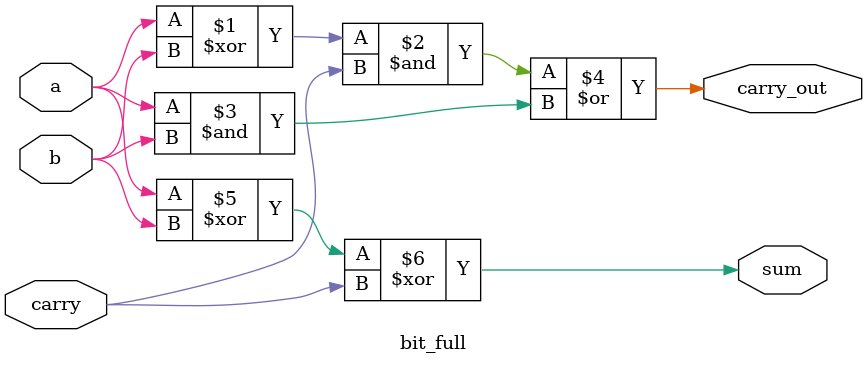
<source format=v>
module bit_full(
    input a,
	input b,
	input carry,
	output sum,
	output carry_out
);

	assign carry_out = ((a^b)&carry)|(a&b);
	assign sum = (a^b)^carry;

endmodule

</source>
